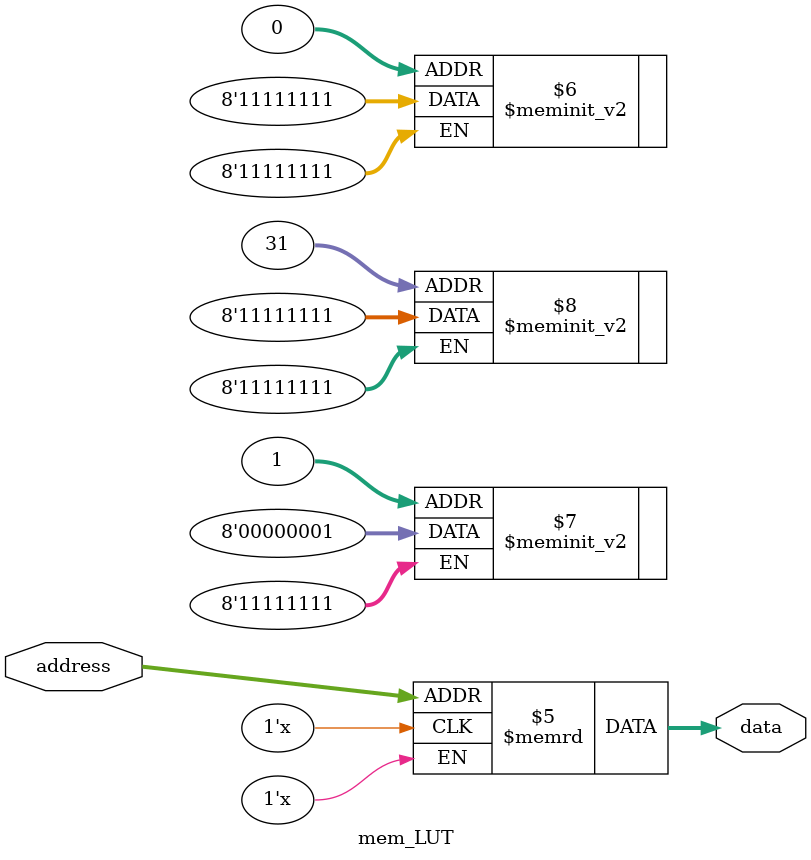
<source format=sv>
module mem_LUT (
  input [4:0] address,
  output logic [7:0] data
);

 logic [7:0] lut [0:31];

  initial begin
    lut[0] = 255;             // Zero memory location
    lut[1] = 8'b00000001;
    // ...
    lut[31] = 8'b11111111;
  end

  always_comb begin
    data = lut[address];
  end

endmodule

</source>
